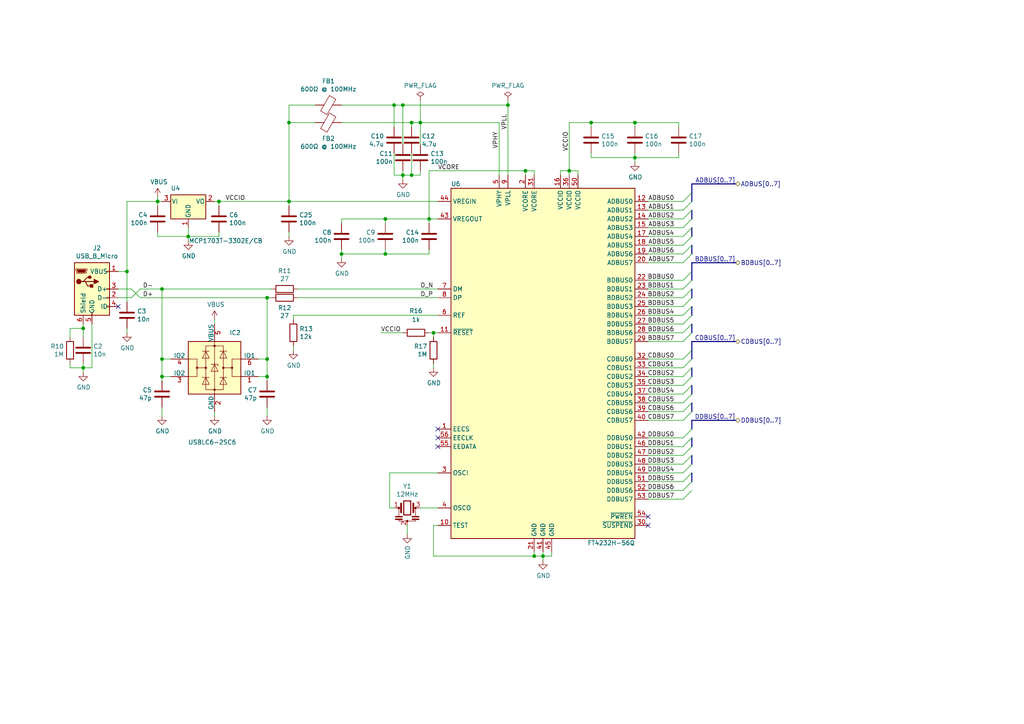
<source format=kicad_sch>
(kicad_sch (version 20200506) (host eeschema "(5.99.0-1565-gc92181621)")
  (page "A4")
  (title_block (title "FT4232H") (date "2020-04-28") (rev "2.0") (company "Simplexion GmbH"))
  (lib_symbols
    (symbol "Connector:USB_B_Micro"
      (property "Reference" "J" (at -5.08 11.43 0))
      (property "Value" "USB_B_Micro" (at -5.08 8.89 0))
      (symbol "USB_B_Micro_0_1"
        (circle (center -3.81 2.159) (radius 0.635) (stroke (width 0.254)) (fill (type outline)))
        (circle (center -0.635 3.429) (radius 0.381) (stroke (width 0.254)) (fill (type outline)))
        (rectangle (start -5.08 -7.62) (end 5.08 7.62) (stroke (width 0.254)) (fill (type background)))
        (rectangle (start -0.127 -7.62) (end 0.127 -6.858))
        (rectangle (start 0.254 1.27) (end -0.508 0.508) (stroke (width 0.254)) (fill (type outline)))
        (rectangle (start 5.08 -5.207) (end 4.318 -4.953))
        (rectangle (start 5.08 -2.667) (end 4.318 -2.413))
        (rectangle (start 5.08 -0.127) (end 4.318 0.127))
        (rectangle (start 5.08 4.953) (end 4.318 5.207))
        (polyline (pts (xy -1.905 2.159) (xy 0.635 2.159)) (stroke (width 0.254)))
        (polyline (pts (xy -3.175 2.159) (xy -2.54 2.159) (xy -1.27 3.429) (xy -0.635 3.429)) (stroke (width 0.254)))
        (polyline (pts (xy -2.54 2.159) (xy -1.905 2.159) (xy -1.27 0.889) (xy 0 0.889)) (stroke (width 0.254)))
        (polyline (pts (xy 0.635 2.794) (xy 0.635 1.524) (xy 1.905 2.159) (xy 0.635 2.794)) (stroke (width 0.254)) (fill (type outline)))
        (polyline (pts (xy -4.318 5.588) (xy -1.778 5.588) (xy -2.032 4.826) (xy -4.064 4.826) (xy -4.318 5.588)) (fill (type outline)))
        (polyline (pts (xy -4.699 5.842) (xy -4.699 5.588) (xy -4.445 4.826) (xy -4.445 4.572) (xy -1.651 4.572) (xy -1.651 4.826) (xy -1.397 5.588) (xy -1.397 5.842) (xy -4.699 5.842)))
      )
      (symbol "USB_B_Micro_1_1"
        (pin power_out line (at 7.62 5.08 180) (length 2.54) (name "VBUS") (number "1"))
        (pin passive line (at 7.62 -2.54 180) (length 2.54) (name "D-") (number "2"))
        (pin passive line (at 7.62 0 180) (length 2.54) (name "D+") (number "3"))
        (pin passive line (at 7.62 -5.08 180) (length 2.54) (name "ID") (number "4"))
        (pin power_out line (at 0 -10.16 90) (length 2.54) (name "GND") (number "5"))
        (pin passive line (at -2.54 -10.16 90) (length 2.54) (name "Shield") (number "6"))
      )
    )
    (symbol "Device:C" (pin_numbers hide) (pin_names (offset 0.254))
      (property "Reference" "C" (at 0.635 2.54 0))
      (property "Value" "C" (at 0.635 -2.54 0))
      (symbol "C_0_1"
        (polyline (pts (xy -2.032 -0.762) (xy 2.032 -0.762)) (stroke (width 0.508)))
        (polyline (pts (xy -2.032 0.762) (xy 2.032 0.762)) (stroke (width 0.508)))
      )
      (symbol "C_1_1"
        (pin passive line (at 0 3.81 270) (length 2.794) (name "~") (number "1"))
        (pin passive line (at 0 -3.81 90) (length 2.794) (name "~") (number "2"))
      )
    )
    (symbol "Device:Ferrite_Bead" (pin_numbers hide) (pin_names (offset 0))
      (property "Reference" "FB" (at -3.81 0.635 90))
      (property "Value" "Ferrite_Bead" (at 3.81 0 90))
      (symbol "Ferrite_Bead_0_1"
        (polyline (pts (xy 0 -1.27) (xy 0 -1.2192)))
        (polyline (pts (xy 0 1.27) (xy 0 1.2954)))
        (polyline (pts (xy -2.7686 0.4064) (xy -1.7018 2.2606) (xy 2.7686 -0.3048) (xy 1.6764 -2.159) (xy -2.7686 0.4064)))
      )
      (symbol "Ferrite_Bead_1_1"
        (pin passive line (at 0 3.81 270) (length 2.54) (name "~") (number "1"))
        (pin passive line (at 0 -3.81 90) (length 2.54) (name "~") (number "2"))
      )
    )
    (symbol "Device:R" (pin_numbers hide) (pin_names (offset 0))
      (property "Reference" "R" (at 2.032 0 90))
      (property "Value" "R" (at 0 0 90))
      (symbol "R_0_1"
        (rectangle (start -1.016 -2.54) (end 1.016 2.54) (stroke (width 0.254)))
      )
      (symbol "R_1_1"
        (pin passive line (at 0 3.81 270) (length 1.27) (name "~") (number "1"))
        (pin passive line (at 0 -3.81 90) (length 1.27) (name "~") (number "2"))
      )
    )
    (symbol "Device:Resonator" (pin_names hide)
      (property "Reference" "Y" (at 0 5.715 0))
      (property "Value" "Resonator" (at 0 3.81 0))
      (symbol "Resonator_0_1"
        (circle (center -2.413 0) (radius 0.254) (fill (type outline)))
        (circle (center 0 -3.81) (radius 0.254) (fill (type outline)))
        (circle (center 2.413 0) (radius 0.254) (fill (type outline)))
        (rectangle (start -3.429 -3.175) (end -1.397 -3.429) (fill (type outline)))
        (rectangle (start -3.429 -2.413) (end -1.397 -2.667) (fill (type outline)))
        (rectangle (start -1.016 2.032) (end 1.016 -2.032) (stroke (width 0.3048)))
        (rectangle (start 1.397 -3.175) (end 3.429 -3.429) (fill (type outline)))
        (rectangle (start 1.397 -2.413) (end 3.429 -2.667) (fill (type outline)))
        (polyline (pts (xy -2.413 -2.413) (xy -2.413 0)))
        (polyline (pts (xy -1.905 0) (xy -3.175 0)))
        (polyline (pts (xy -1.778 -1.27) (xy -1.778 1.27)) (stroke (width 0.508)))
        (polyline (pts (xy 1.778 -1.27) (xy 1.778 1.27)) (stroke (width 0.508)))
        (polyline (pts (xy 1.905 0) (xy 2.54 0)))
        (polyline (pts (xy 2.413 0) (xy 2.413 -2.54)))
        (polyline (pts (xy 2.413 -3.302) (xy 2.413 -3.81) (xy -2.413 -3.81) (xy -2.413 -3.302)))
      )
      (symbol "Resonator_1_1"
        (pin passive line (at -3.81 0 0) (length 1.27) (name "1") (number "1"))
        (pin passive line (at 0 -5.08 90) (length 1.27) (name "2") (number "2"))
        (pin passive line (at 3.81 0 180) (length 1.27) (name "3") (number "3"))
      )
    )
    (symbol "Interface_USB:FT4232H-56Q"
      (property "Reference" "U" (at -26.67 53.34 0))
      (property "Value" "FT4232H-56Q" (at 19.05 53.34 0))
      (symbol "FT4232H-56Q_0_1"
        (rectangle (start -26.67 -49.53) (end 26.67 52.07) (stroke (width 0.254)) (fill (type background)))
      )
      (symbol "FT4232H-56Q_1_1"
        (pin output line (at -30.48 -17.78 0) (length 3.81) (name "EECS") (number "1"))
        (pin input line (at -30.48 -45.72 0) (length 3.81) (name "TEST") (number "10"))
        (pin input line (at -30.48 10.16 0) (length 3.81) (name "~RESET") (number "11"))
        (pin bidirectional line (at 30.48 48.26 180) (length 3.81) (name "ADBUS0") (number "12"))
        (pin bidirectional line (at 30.48 45.72 180) (length 3.81) (name "ADBUS1") (number "13"))
        (pin bidirectional line (at 30.48 43.18 180) (length 3.81) (name "ADBUS2") (number "14"))
        (pin bidirectional line (at 30.48 40.64 180) (length 3.81) (name "ADBUS3") (number "15"))
        (pin power_in line (at 5.08 55.88 270) (length 3.81) (name "VCCIO") (number "16"))
        (pin bidirectional line (at 30.48 38.1 180) (length 3.81) (name "ADBUS4") (number "17"))
        (pin bidirectional line (at 30.48 35.56 180) (length 3.81) (name "ADBUS5") (number "18"))
        (pin bidirectional line (at 30.48 33.02 180) (length 3.81) (name "ADBUS6") (number "19"))
        (pin power_in line (at -5.08 55.88 270) (length 3.81) (name "VCORE") (number "2"))
        (pin bidirectional line (at 30.48 30.48 180) (length 3.81) (name "ADBUS7") (number "20"))
        (pin power_in line (at -2.54 -53.34 90) (length 3.81) (name "GND") (number "21"))
        (pin bidirectional line (at 30.48 25.4 180) (length 3.81) (name "BDBUS0") (number "22"))
        (pin bidirectional line (at 30.48 22.86 180) (length 3.81) (name "BDBUS1") (number "23"))
        (pin bidirectional line (at 30.48 20.32 180) (length 3.81) (name "BDBUS2") (number "24"))
        (pin bidirectional line (at 30.48 17.78 180) (length 3.81) (name "BDBUS3") (number "25"))
        (pin bidirectional line (at 30.48 15.24 180) (length 3.81) (name "BDBUS4") (number "26"))
        (pin bidirectional line (at 30.48 12.7 180) (length 3.81) (name "BDBUS5") (number "27"))
        (pin bidirectional line (at 30.48 10.16 180) (length 3.81) (name "BDBUS6") (number "28"))
        (pin bidirectional line (at 30.48 7.62 180) (length 3.81) (name "BDBUS7") (number "29"))
        (pin input line (at -30.48 -30.48 0) (length 3.81) (name "OSCI") (number "3"))
        (pin output line (at 30.48 -45.72 180) (length 3.81) (name "~SUSPEND") (number "30"))
        (pin power_in line (at -2.54 55.88 270) (length 3.81) (name "VCORE") (number "31"))
        (pin bidirectional line (at 30.48 2.54 180) (length 3.81) (name "CDBUS0") (number "32"))
        (pin bidirectional line (at 30.48 0 180) (length 3.81) (name "CDBUS1") (number "33"))
        (pin bidirectional line (at 30.48 -2.54 180) (length 3.81) (name "CDBUS2") (number "34"))
        (pin bidirectional line (at 30.48 -5.08 180) (length 3.81) (name "CDBUS3") (number "35"))
        (pin power_in line (at 7.62 55.88 270) (length 3.81) (name "VCCIO") (number "36"))
        (pin bidirectional line (at 30.48 -7.62 180) (length 3.81) (name "CDBUS4") (number "37"))
        (pin bidirectional line (at 30.48 -10.16 180) (length 3.81) (name "CDBUS5") (number "38"))
        (pin bidirectional line (at 30.48 -12.7 180) (length 3.81) (name "CDBUS6") (number "39"))
        (pin output line (at -30.48 -40.64 0) (length 3.81) (name "OSCO") (number "4"))
        (pin bidirectional line (at 30.48 -15.24 180) (length 3.81) (name "CDBUS7") (number "40"))
        (pin power_in line (at 0 -53.34 90) (length 3.81) (name "GND") (number "41"))
        (pin bidirectional line (at 30.48 -20.32 180) (length 3.81) (name "DDBUS0") (number "42"))
        (pin power_out line (at -30.48 43.18 0) (length 3.81) (name "VREGOUT") (number "43"))
        (pin power_in line (at -30.48 48.26 0) (length 3.81) (name "VREGIN") (number "44"))
        (pin power_in line (at 2.54 -53.34 90) (length 3.81) (name "GND") (number "45"))
        (pin bidirectional line (at 30.48 -22.86 180) (length 3.81) (name "DDBUS1") (number "46"))
        (pin bidirectional line (at 30.48 -25.4 180) (length 3.81) (name "DDBUS2") (number "47"))
        (pin bidirectional line (at 30.48 -27.94 180) (length 3.81) (name "DDBUS3") (number "48"))
        (pin bidirectional line (at 30.48 -30.48 180) (length 3.81) (name "DDBUS4") (number "49"))
        (pin power_in line (at -12.7 55.88 270) (length 3.81) (name "VPHY") (number "5"))
        (pin power_in line (at 10.16 55.88 270) (length 3.81) (name "VCCIO") (number "50"))
        (pin bidirectional line (at 30.48 -33.02 180) (length 3.81) (name "DDBUS5") (number "51"))
        (pin bidirectional line (at 30.48 -35.56 180) (length 3.81) (name "DDBUS6") (number "52"))
        (pin bidirectional line (at 30.48 -38.1 180) (length 3.81) (name "DDBUS7") (number "53"))
        (pin output line (at 30.48 -43.18 180) (length 3.81) (name "~PWREN") (number "54"))
        (pin bidirectional line (at -30.48 -22.86 0) (length 3.81) (name "EEDATA") (number "55"))
        (pin output line (at -30.48 -20.32 0) (length 3.81) (name "EECLK") (number "56"))
        (pin power_in line (at 0 -53.34 90) (length 3.81) (name "GND") (number "57") hide)
        (pin input line (at -30.48 15.24 0) (length 3.81) (name "REF") (number "6"))
        (pin bidirectional line (at -30.48 22.86 0) (length 3.81) (name "DM") (number "7"))
        (pin bidirectional line (at -30.48 20.32 0) (length 3.81) (name "DP") (number "8"))
        (pin power_in line (at -10.16 55.88 270) (length 3.81) (name "VPLL") (number "9"))
      )
    )
    (symbol "Power_Protection:USBLC6-2SC6" (pin_names (offset 0))
      (property "Reference" "U" (at 5.08 8.89 0))
      (property "Value" "USBLC6-2SC6" (at 10.16 -10.16 0))
      (symbol "USBLC6-2SC6_0_1"
        (circle (center -5.08 0) (radius 0.254) (fill (type outline)))
        (circle (center -2.54 0) (radius 0.254) (fill (type outline)))
        (circle (center 0 -6.35) (radius 0.254) (fill (type outline)))
        (circle (center 0 6.35) (radius 0.254) (fill (type outline)))
        (circle (center 2.54 0) (radius 0.254) (fill (type outline)))
        (circle (center 5.08 0) (radius 0.254) (fill (type outline)))
        (rectangle (start -7.62 -7.62) (end 7.62 7.62) (stroke (width 0.254)) (fill (type background)))
        (rectangle (start -2.54 6.35) (end 2.54 -6.35))
        (polyline (pts (xy -5.08 -2.54) (xy -7.62 -2.54)))
        (polyline (pts (xy -5.08 0) (xy -5.08 -2.54)))
        (polyline (pts (xy -5.08 2.54) (xy -7.62 2.54)))
        (polyline (pts (xy -1.524 -2.794) (xy -3.556 -2.794)))
        (polyline (pts (xy -1.524 4.826) (xy -3.556 4.826)))
        (polyline (pts (xy 0 -7.62) (xy 0 -6.35)))
        (polyline (pts (xy 0 -6.35) (xy 0 1.27)))
        (polyline (pts (xy 0 1.27) (xy 0 6.35)))
        (polyline (pts (xy 0 6.35) (xy 0 7.62)))
        (polyline (pts (xy 1.524 -2.794) (xy 3.556 -2.794)))
        (polyline (pts (xy 1.524 4.826) (xy 3.556 4.826)))
        (polyline (pts (xy 5.08 -2.54) (xy 7.62 -2.54)))
        (polyline (pts (xy 5.08 0) (xy 5.08 -2.54)))
        (polyline (pts (xy 5.08 2.54) (xy 7.62 2.54)))
        (polyline (pts (xy -2.54 0) (xy -5.08 0) (xy -5.08 2.54)))
        (polyline (pts (xy 2.54 0) (xy 5.08 0) (xy 5.08 2.54)))
        (polyline (pts (xy -3.556 -4.826) (xy -1.524 -4.826) (xy -2.54 -2.794) (xy -3.556 -4.826)))
        (polyline (pts (xy -3.556 2.794) (xy -1.524 2.794) (xy -2.54 4.826) (xy -3.556 2.794)))
        (polyline (pts (xy -1.016 -1.016) (xy 1.016 -1.016) (xy 0 1.016) (xy -1.016 -1.016)))
        (polyline (pts (xy 1.016 1.016) (xy 0.762 1.016) (xy -1.016 1.016) (xy -1.016 0.508)))
        (polyline (pts (xy 3.556 -4.826) (xy 1.524 -4.826) (xy 2.54 -2.794) (xy 3.556 -4.826)))
        (polyline (pts (xy 3.556 2.794) (xy 1.524 2.794) (xy 2.54 4.826) (xy 3.556 2.794)))
      )
      (symbol "USBLC6-2SC6_1_1"
        (pin passive line (at -12.7 -2.54 0) (length 5.08) (name "IO1") (number "1"))
        (pin passive line (at 0 -12.7 90) (length 5.08) (name "GND") (number "2"))
        (pin passive line (at 12.7 -2.54 180) (length 5.08) (name "IO2") (number "3"))
        (pin passive line (at 12.7 2.54 180) (length 5.08) (name "IO2") (number "4"))
        (pin passive line (at 0 12.7 270) (length 5.08) (name "VBUS") (number "5"))
        (pin passive line (at -12.7 2.54 0) (length 5.08) (name "IO1") (number "6"))
      )
    )
    (symbol "Regulator_Linear:MCP1703A-3302_SOT23" (pin_names (offset 0.254))
      (property "Reference" "U" (at -3.81 3.175 0))
      (property "Value" "MCP1703A-3302_SOT23" (at 0 3.175 0))
      (symbol "MCP1703A-3302_SOT23_0_1"
        (rectangle (start -5.08 -5.08) (end 5.08 1.905) (stroke (width 0.254)) (fill (type background)))
      )
      (symbol "MCP1703A-3302_SOT23_1_1"
        (pin power_in line (at 0 -7.62 90) (length 2.54) (name "GND") (number "1"))
        (pin power_out line (at 7.62 0 180) (length 2.54) (name "VO") (number "2"))
        (pin power_in line (at -7.62 0 0) (length 2.54) (name "VI") (number "3"))
      )
    )
    (symbol "power:GND" (power) (pin_names (offset 0))
      (property "Value" "GND" (at 0 -3.81 0))
      (symbol "GND_0_1"
        (polyline (pts (xy 0 0) (xy 0 -1.27) (xy 1.27 -1.27) (xy 0 -2.54) (xy -1.27 -1.27) (xy 0 -1.27)))
      )
      (symbol "GND_1_1"
        (pin power_in line (at 0 0 270) (length 0) (name "GND") (number "1") hide)
      )
    )
    (symbol "power:PWR_FLAG" (power) (pin_numbers hide) (pin_names (offset 0) hide)
      (property "Value" "PWR_FLAG" (at 0 3.81 0))
      (symbol "PWR_FLAG_0_1"
        (polyline (pts (xy 0 0) (xy 0 1.27) (xy -1.016 1.905) (xy 0 2.54) (xy 1.016 1.905) (xy 0 1.27)))
      )
      (symbol "PWR_FLAG_0_0"
        (pin power_out line (at 0 0 90) (length 0) (name "pwr") (number "1"))
      )
    )
    (symbol "power:VBUS" (power) (pin_names (offset 0))
      (property "Value" "VBUS" (at 0 3.81 0))
      (symbol "VBUS_0_1"
        (polyline (pts (xy -0.762 1.27) (xy 0 2.54)))
        (polyline (pts (xy 0 0) (xy 0 2.54)))
        (polyline (pts (xy 0 2.54) (xy 0.762 1.27)))
      )
      (symbol "VBUS_1_1"
        (pin power_in line (at 0 0 90) (length 0) (name "VBUS") (number "1") hide)
      )
    )
  )
  (junction (at 77.47 104.14))
  (junction (at 165.1 49.53))
  (junction (at 46.99 104.14))
  (junction (at 45.72 58.42))
  (junction (at 152.4 49.53))
  (junction (at 114.3 30.48))
  (junction (at 124.46 63.5))
  (junction (at 24.13 106.68))
  (junction (at 147.32 30.48))
  (junction (at 77.47 86.36))
  (junction (at 119.38 35.56))
  (junction (at 111.76 63.5))
  (junction (at 111.76 73.66))
  (junction (at 119.38 50.8))
  (junction (at 184.15 45.72))
  (junction (at 116.84 30.48))
  (junction (at 36.83 78.74))
  (junction (at 54.61 68.58))
  (junction (at 63.5 58.42))
  (junction (at 184.15 35.56))
  (junction (at 83.82 35.56))
  (junction (at 24.13 95.25))
  (junction (at 99.06 73.66))
  (junction (at 116.84 50.8))
  (junction (at 154.94 161.29))
  (junction (at 171.45 35.56))
  (junction (at 46.99 83.82))
  (junction (at 46.99 109.22))
  (junction (at 121.92 35.56))
  (junction (at 77.47 109.22))
  (junction (at 83.82 58.42))
  (junction (at 125.73 96.52))
  (junction (at 157.48 161.29))
  (no_connect (at 187.96 152.4))
  (no_connect (at 127 129.54))
  (no_connect (at 34.29 88.9))
  (no_connect (at 127 124.46))
  (no_connect (at 127 127))
  (no_connect (at 187.96 149.86))
  (bus_entry (at 198.12 58.42) (size 2.54 -2.54))
  (bus_entry (at 198.12 60.96) (size 2.54 -2.54))
  (bus_entry (at 198.12 63.5) (size 2.54 -2.54))
  (bus_entry (at 198.12 66.04) (size 2.54 -2.54))
  (bus_entry (at 198.12 68.58) (size 2.54 -2.54))
  (bus_entry (at 198.12 71.12) (size 2.54 -2.54))
  (bus_entry (at 198.12 73.66) (size 2.54 -2.54))
  (bus_entry (at 198.12 76.2) (size 2.54 -2.54))
  (bus_entry (at 198.12 81.28) (size 2.54 -2.54))
  (bus_entry (at 198.12 83.82) (size 2.54 -2.54))
  (bus_entry (at 198.12 86.36) (size 2.54 -2.54))
  (bus_entry (at 198.12 88.9) (size 2.54 -2.54))
  (bus_entry (at 198.12 91.44) (size 2.54 -2.54))
  (bus_entry (at 198.12 93.98) (size 2.54 -2.54))
  (bus_entry (at 198.12 96.52) (size 2.54 -2.54))
  (bus_entry (at 198.12 99.06) (size 2.54 -2.54))
  (bus_entry (at 198.12 104.14) (size 2.54 -2.54))
  (bus_entry (at 198.12 106.68) (size 2.54 -2.54))
  (bus_entry (at 198.12 109.22) (size 2.54 -2.54))
  (bus_entry (at 198.12 111.76) (size 2.54 -2.54))
  (bus_entry (at 198.12 114.3) (size 2.54 -2.54))
  (bus_entry (at 198.12 116.84) (size 2.54 -2.54))
  (bus_entry (at 198.12 119.38) (size 2.54 -2.54))
  (bus_entry (at 198.12 121.92) (size 2.54 -2.54))
  (bus_entry (at 198.12 127) (size 2.54 -2.54))
  (bus_entry (at 198.12 129.54) (size 2.54 -2.54))
  (bus_entry (at 198.12 132.08) (size 2.54 -2.54))
  (bus_entry (at 198.12 134.62) (size 2.54 -2.54))
  (bus_entry (at 198.12 137.16) (size 2.54 -2.54))
  (bus_entry (at 198.12 139.7) (size 2.54 -2.54))
  (bus_entry (at 198.12 142.24) (size 2.54 -2.54))
  (bus_entry (at 198.12 144.78) (size 2.54 -2.54))
  (wire (pts (xy 20.32 95.25) (xy 20.32 97.79)))
  (wire (pts (xy 20.32 95.25) (xy 24.13 95.25)))
  (wire (pts (xy 20.32 105.41) (xy 20.32 106.68)))
  (wire (pts (xy 20.32 106.68) (xy 24.13 106.68)))
  (wire (pts (xy 24.13 95.25) (xy 24.13 93.98)))
  (wire (pts (xy 24.13 95.25) (xy 24.13 97.79)))
  (wire (pts (xy 24.13 105.41) (xy 24.13 106.68)))
  (wire (pts (xy 24.13 106.68) (xy 24.13 107.95)))
  (wire (pts (xy 24.13 106.68) (xy 26.67 106.68)))
  (wire (pts (xy 26.67 93.98) (xy 26.67 106.68)))
  (wire (pts (xy 34.29 78.74) (xy 36.83 78.74)))
  (wire (pts (xy 34.29 83.82) (xy 38.1 83.82)))
  (wire (pts (xy 34.29 86.36) (xy 38.1 86.36)))
  (wire (pts (xy 36.83 58.42) (xy 45.72 58.42)))
  (wire (pts (xy 36.83 78.74) (xy 36.83 58.42)))
  (wire (pts (xy 36.83 87.63) (xy 36.83 78.74)))
  (wire (pts (xy 36.83 96.52) (xy 36.83 95.25)))
  (wire (pts (xy 38.1 83.82) (xy 40.64 86.36)))
  (wire (pts (xy 40.64 83.82) (xy 38.1 86.36)))
  (wire (pts (xy 40.64 86.36) (xy 77.47 86.36)))
  (wire (pts (xy 45.72 57.15) (xy 45.72 58.42)))
  (wire (pts (xy 45.72 58.42) (xy 45.72 59.69)))
  (wire (pts (xy 45.72 58.42) (xy 46.99 58.42)))
  (wire (pts (xy 45.72 67.31) (xy 45.72 68.58)))
  (wire (pts (xy 45.72 68.58) (xy 54.61 68.58)))
  (wire (pts (xy 46.99 83.82) (xy 40.64 83.82)))
  (wire (pts (xy 46.99 83.82) (xy 78.74 83.82)))
  (wire (pts (xy 46.99 104.14) (xy 46.99 83.82)))
  (wire (pts (xy 46.99 104.14) (xy 49.53 104.14)))
  (wire (pts (xy 46.99 109.22) (xy 46.99 104.14)))
  (wire (pts (xy 46.99 110.49) (xy 46.99 109.22)))
  (wire (pts (xy 46.99 120.65) (xy 46.99 118.11)))
  (wire (pts (xy 49.53 109.22) (xy 46.99 109.22)))
  (wire (pts (xy 54.61 68.58) (xy 54.61 66.04)))
  (wire (pts (xy 54.61 68.58) (xy 54.61 69.85)))
  (wire (pts (xy 54.61 68.58) (xy 63.5 68.58)))
  (wire (pts (xy 62.23 58.42) (xy 63.5 58.42)))
  (wire (pts (xy 62.23 92.71) (xy 62.23 93.98)))
  (wire (pts (xy 62.23 120.65) (xy 62.23 119.38)))
  (wire (pts (xy 63.5 58.42) (xy 63.5 59.69)))
  (wire (pts (xy 63.5 58.42) (xy 83.82 58.42)))
  (wire (pts (xy 63.5 68.58) (xy 63.5 67.31)))
  (wire (pts (xy 74.93 109.22) (xy 77.47 109.22)))
  (wire (pts (xy 77.47 86.36) (xy 78.74 86.36)))
  (wire (pts (xy 77.47 104.14) (xy 74.93 104.14)))
  (wire (pts (xy 77.47 104.14) (xy 77.47 86.36)))
  (wire (pts (xy 77.47 109.22) (xy 77.47 104.14)))
  (wire (pts (xy 77.47 110.49) (xy 77.47 109.22)))
  (wire (pts (xy 77.47 120.65) (xy 77.47 118.11)))
  (wire (pts (xy 83.82 30.48) (xy 83.82 35.56)))
  (wire (pts (xy 83.82 35.56) (xy 83.82 58.42)))
  (wire (pts (xy 83.82 35.56) (xy 91.44 35.56)))
  (wire (pts (xy 83.82 58.42) (xy 83.82 59.69)))
  (wire (pts (xy 83.82 58.42) (xy 127 58.42)))
  (wire (pts (xy 83.82 67.31) (xy 83.82 68.58)))
  (wire (pts (xy 85.09 91.44) (xy 127 91.44)))
  (wire (pts (xy 85.09 92.71) (xy 85.09 91.44)))
  (wire (pts (xy 85.09 100.33) (xy 85.09 101.6)))
  (wire (pts (xy 86.36 83.82) (xy 127 83.82)))
  (wire (pts (xy 86.36 86.36) (xy 127 86.36)))
  (wire (pts (xy 91.44 30.48) (xy 83.82 30.48)))
  (wire (pts (xy 99.06 30.48) (xy 114.3 30.48)))
  (wire (pts (xy 99.06 35.56) (xy 119.38 35.56)))
  (wire (pts (xy 99.06 63.5) (xy 99.06 64.77)))
  (wire (pts (xy 99.06 63.5) (xy 111.76 63.5)))
  (wire (pts (xy 99.06 72.39) (xy 99.06 73.66)))
  (wire (pts (xy 99.06 73.66) (xy 99.06 74.93)))
  (wire (pts (xy 99.06 73.66) (xy 111.76 73.66)))
  (wire (pts (xy 110.49 96.52) (xy 116.84 96.52)))
  (wire (pts (xy 111.76 63.5) (xy 111.76 64.77)))
  (wire (pts (xy 111.76 63.5) (xy 124.46 63.5)))
  (wire (pts (xy 111.76 72.39) (xy 111.76 73.66)))
  (wire (pts (xy 111.76 73.66) (xy 124.46 73.66)))
  (wire (pts (xy 113.03 137.16) (xy 113.03 147.32)))
  (wire (pts (xy 113.03 137.16) (xy 127 137.16)))
  (wire (pts (xy 113.03 147.32) (xy 114.3 147.32)))
  (wire (pts (xy 114.3 30.48) (xy 114.3 36.83)))
  (wire (pts (xy 114.3 30.48) (xy 116.84 30.48)))
  (wire (pts (xy 114.3 44.45) (xy 114.3 50.8)))
  (wire (pts (xy 114.3 50.8) (xy 116.84 50.8)))
  (wire (pts (xy 116.84 30.48) (xy 116.84 41.91)))
  (wire (pts (xy 116.84 30.48) (xy 147.32 30.48)))
  (wire (pts (xy 116.84 50.8) (xy 116.84 49.53)))
  (wire (pts (xy 116.84 50.8) (xy 116.84 52.07)))
  (wire (pts (xy 116.84 50.8) (xy 119.38 50.8)))
  (wire (pts (xy 118.11 154.94) (xy 118.11 152.4)))
  (wire (pts (xy 119.38 35.56) (xy 121.92 35.56)))
  (wire (pts (xy 119.38 36.83) (xy 119.38 35.56)))
  (wire (pts (xy 119.38 44.45) (xy 119.38 50.8)))
  (wire (pts (xy 119.38 50.8) (xy 121.92 50.8)))
  (wire (pts (xy 121.92 29.21) (xy 121.92 35.56)))
  (wire (pts (xy 121.92 35.56) (xy 121.92 41.91)))
  (wire (pts (xy 121.92 35.56) (xy 144.78 35.56)))
  (wire (pts (xy 121.92 50.8) (xy 121.92 49.53)))
  (wire (pts (xy 121.92 147.32) (xy 127 147.32)))
  (wire (pts (xy 124.46 49.53) (xy 124.46 63.5)))
  (wire (pts (xy 124.46 49.53) (xy 152.4 49.53)))
  (wire (pts (xy 124.46 63.5) (xy 124.46 64.77)))
  (wire (pts (xy 124.46 63.5) (xy 127 63.5)))
  (wire (pts (xy 124.46 73.66) (xy 124.46 72.39)))
  (wire (pts (xy 124.46 96.52) (xy 125.73 96.52)))
  (wire (pts (xy 125.73 96.52) (xy 127 96.52)))
  (wire (pts (xy 125.73 97.79) (xy 125.73 96.52)))
  (wire (pts (xy 125.73 105.41) (xy 125.73 106.68)))
  (wire (pts (xy 125.73 152.4) (xy 125.73 161.29)))
  (wire (pts (xy 125.73 161.29) (xy 154.94 161.29)))
  (wire (pts (xy 127 152.4) (xy 125.73 152.4)))
  (wire (pts (xy 144.78 35.56) (xy 144.78 50.8)))
  (wire (pts (xy 147.32 29.21) (xy 147.32 30.48)))
  (wire (pts (xy 147.32 30.48) (xy 147.32 50.8)))
  (wire (pts (xy 152.4 49.53) (xy 152.4 50.8)))
  (wire (pts (xy 152.4 49.53) (xy 154.94 49.53)))
  (wire (pts (xy 154.94 49.53) (xy 154.94 50.8)))
  (wire (pts (xy 154.94 160.02) (xy 154.94 161.29)))
  (wire (pts (xy 154.94 161.29) (xy 157.48 161.29)))
  (wire (pts (xy 157.48 160.02) (xy 157.48 161.29)))
  (wire (pts (xy 157.48 161.29) (xy 157.48 162.56)))
  (wire (pts (xy 157.48 161.29) (xy 160.02 161.29)))
  (wire (pts (xy 160.02 161.29) (xy 160.02 160.02)))
  (wire (pts (xy 162.56 49.53) (xy 165.1 49.53)))
  (wire (pts (xy 162.56 50.8) (xy 162.56 49.53)))
  (wire (pts (xy 165.1 35.56) (xy 165.1 49.53)))
  (wire (pts (xy 165.1 35.56) (xy 171.45 35.56)))
  (wire (pts (xy 165.1 49.53) (xy 165.1 50.8)))
  (wire (pts (xy 165.1 49.53) (xy 167.64 49.53)))
  (wire (pts (xy 167.64 49.53) (xy 167.64 50.8)))
  (wire (pts (xy 171.45 35.56) (xy 171.45 36.83)))
  (wire (pts (xy 171.45 44.45) (xy 171.45 45.72)))
  (wire (pts (xy 171.45 45.72) (xy 184.15 45.72)))
  (wire (pts (xy 184.15 35.56) (xy 171.45 35.56)))
  (wire (pts (xy 184.15 35.56) (xy 184.15 36.83)))
  (wire (pts (xy 184.15 44.45) (xy 184.15 45.72)))
  (wire (pts (xy 184.15 45.72) (xy 184.15 46.99)))
  (wire (pts (xy 184.15 45.72) (xy 196.85 45.72)))
  (wire (pts (xy 187.96 58.42) (xy 198.12 58.42)))
  (wire (pts (xy 187.96 60.96) (xy 198.12 60.96)))
  (wire (pts (xy 187.96 63.5) (xy 198.12 63.5)))
  (wire (pts (xy 187.96 66.04) (xy 198.12 66.04)))
  (wire (pts (xy 187.96 68.58) (xy 198.12 68.58)))
  (wire (pts (xy 187.96 71.12) (xy 198.12 71.12)))
  (wire (pts (xy 187.96 73.66) (xy 198.12 73.66)))
  (wire (pts (xy 187.96 76.2) (xy 198.12 76.2)))
  (wire (pts (xy 187.96 81.28) (xy 198.12 81.28)))
  (wire (pts (xy 187.96 83.82) (xy 198.12 83.82)))
  (wire (pts (xy 187.96 86.36) (xy 198.12 86.36)))
  (wire (pts (xy 187.96 88.9) (xy 198.12 88.9)))
  (wire (pts (xy 187.96 91.44) (xy 198.12 91.44)))
  (wire (pts (xy 187.96 93.98) (xy 198.12 93.98)))
  (wire (pts (xy 187.96 96.52) (xy 198.12 96.52)))
  (wire (pts (xy 187.96 99.06) (xy 198.12 99.06)))
  (wire (pts (xy 187.96 104.14) (xy 198.12 104.14)))
  (wire (pts (xy 187.96 106.68) (xy 198.12 106.68)))
  (wire (pts (xy 187.96 109.22) (xy 198.12 109.22)))
  (wire (pts (xy 187.96 111.76) (xy 198.12 111.76)))
  (wire (pts (xy 187.96 114.3) (xy 198.12 114.3)))
  (wire (pts (xy 187.96 116.84) (xy 198.12 116.84)))
  (wire (pts (xy 187.96 119.38) (xy 198.12 119.38)))
  (wire (pts (xy 187.96 121.92) (xy 198.12 121.92)))
  (wire (pts (xy 187.96 127) (xy 198.12 127)))
  (wire (pts (xy 187.96 129.54) (xy 198.12 129.54)))
  (wire (pts (xy 187.96 132.08) (xy 198.12 132.08)))
  (wire (pts (xy 187.96 134.62) (xy 198.12 134.62)))
  (wire (pts (xy 187.96 137.16) (xy 198.12 137.16)))
  (wire (pts (xy 187.96 139.7) (xy 198.12 139.7)))
  (wire (pts (xy 187.96 142.24) (xy 198.12 142.24)))
  (wire (pts (xy 187.96 144.78) (xy 198.12 144.78)))
  (wire (pts (xy 196.85 35.56) (xy 184.15 35.56)))
  (wire (pts (xy 196.85 35.56) (xy 196.85 36.83)))
  (wire (pts (xy 196.85 44.45) (xy 196.85 45.72)))
  (bus (pts (xy 200.66 53.34) (xy 200.66 55.88)))
  (bus (pts (xy 200.66 53.34) (xy 213.36 53.34)))
  (bus (pts (xy 200.66 55.88) (xy 200.66 60.96)))
  (bus (pts (xy 200.66 60.96) (xy 200.66 66.04)))
  (bus (pts (xy 200.66 66.04) (xy 200.66 71.12)))
  (bus (pts (xy 200.66 71.12) (xy 200.66 73.66)))
  (bus (pts (xy 200.66 76.2) (xy 200.66 78.74)))
  (bus (pts (xy 200.66 76.2) (xy 213.36 76.2)))
  (bus (pts (xy 200.66 78.74) (xy 200.66 83.82)))
  (bus (pts (xy 200.66 83.82) (xy 200.66 88.9)))
  (bus (pts (xy 200.66 88.9) (xy 200.66 93.98)))
  (bus (pts (xy 200.66 93.98) (xy 200.66 96.52)))
  (bus (pts (xy 200.66 99.06) (xy 200.66 101.6)))
  (bus (pts (xy 200.66 99.06) (xy 213.36 99.06)))
  (bus (pts (xy 200.66 101.6) (xy 200.66 106.68)))
  (bus (pts (xy 200.66 106.68) (xy 200.66 111.76)))
  (bus (pts (xy 200.66 111.76) (xy 200.66 116.84)))
  (bus (pts (xy 200.66 116.84) (xy 200.66 119.38)))
  (bus (pts (xy 200.66 121.92) (xy 200.66 127)))
  (bus (pts (xy 200.66 121.92) (xy 213.36 121.92)))
  (bus (pts (xy 200.66 127) (xy 200.66 132.08)))
  (bus (pts (xy 200.66 132.08) (xy 200.66 137.16)))
  (bus (pts (xy 200.66 137.16) (xy 200.66 142.24)))
  (label "D-" (at 44.45 83.82 180))
  (label "D+" (at 44.45 86.36 180))
  (label "VCCIO" (at 71.12 58.42 180))
  (label "VCCIO" (at 110.49 96.52 0))
  (label "D_N" (at 121.92 83.82 0))
  (label "D_P" (at 121.92 86.36 0))
  (label "VCORE" (at 127 49.53 0))
  (label "VPHY" (at 144.78 38.1 270))
  (label "VPLL" (at 147.32 33.02 270))
  (label "VCCIO" (at 165.1 38.1 270))
  (label "ADBUS0" (at 195.58 58.42 180))
  (label "ADBUS1" (at 195.58 60.96 180))
  (label "ADBUS2" (at 195.58 63.5 180))
  (label "ADBUS3" (at 195.58 66.04 180))
  (label "ADBUS4" (at 195.58 68.58 180))
  (label "ADBUS5" (at 195.58 71.12 180))
  (label "ADBUS6" (at 195.58 73.66 180))
  (label "ADBUS7" (at 195.58 76.2 180))
  (label "BDBUS0" (at 195.58 81.28 180))
  (label "BDBUS1" (at 195.58 83.82 180))
  (label "BDBUS2" (at 195.58 86.36 180))
  (label "BDBUS3" (at 195.58 88.9 180))
  (label "BDBUS4" (at 195.58 91.44 180))
  (label "BDBUS5" (at 195.58 93.98 180))
  (label "BDBUS6" (at 195.58 96.52 180))
  (label "BDBUS7" (at 195.58 99.06 180))
  (label "CDBUS0" (at 195.58 104.14 180))
  (label "CDBUS1" (at 195.58 106.68 180))
  (label "CDBUS2" (at 195.58 109.22 180))
  (label "CDBUS3" (at 195.58 111.76 180))
  (label "CDBUS4" (at 195.58 114.3 180))
  (label "CDBUS5" (at 195.58 116.84 180))
  (label "CDBUS6" (at 195.58 119.38 180))
  (label "CDBUS7" (at 195.58 121.92 180))
  (label "DDBUS0" (at 195.58 127 180))
  (label "DDBUS1" (at 195.58 129.54 180))
  (label "DDBUS2" (at 195.58 132.08 180))
  (label "DDBUS3" (at 195.58 134.62 180))
  (label "DDBUS4" (at 195.58 137.16 180))
  (label "DDBUS5" (at 195.58 139.7 180))
  (label "DDBUS6" (at 195.58 142.24 180))
  (label "DDBUS7" (at 195.58 144.78 180))
  (label "ADBUS[0..7]" (at 213.36 53.34 180))
  (label "BDBUS[0..7]" (at 213.36 76.2 180))
  (label "CDBUS[0..7]" (at 213.36 99.06 180))
  (label "DDBUS[0..7]" (at 213.36 121.92 180))
  (hierarchical_label "ADBUS[0..7]" (shape bidirectional) (at 213.36 53.34 0))
  (hierarchical_label "BDBUS[0..7]" (shape bidirectional) (at 213.36 76.2 0))
  (hierarchical_label "CDBUS[0..7]" (shape bidirectional) (at 213.36 99.06 0))
  (hierarchical_label "DDBUS[0..7]" (shape bidirectional) (at 213.36 121.92 0))
  (symbol (lib_id "power:PWR_FLAG") (at 121.92 29.21 0) (unit 1)
    (property "Reference" "#FLG0105" (effects hide))
    (property "Value" "PWR_FLAG" (at 121.92 24.8158 0))
  )
  (symbol (lib_id "power:PWR_FLAG") (at 147.32 29.21 0) (unit 1)
    (property "Reference" "#FLG0106" (effects hide))
    (property "Value" "PWR_FLAG" (at 147.32 24.8158 0))
  )
  (symbol (lib_id "power:VBUS") (at 45.72 57.15 0) (unit 1)
    (property "Reference" "#U0103" (effects hide))
    (property "Value" "VBUS" (at 46.101 52.7558 0))
  )
  (symbol (lib_id "power:VBUS") (at 62.23 92.71 0) (unit 1)
    (property "Reference" "#U0108" (effects hide))
    (property "Value" "VBUS" (at 62.611 88.3158 0))
  )
  (symbol (lib_id "power:GND") (at 24.13 107.95 0) (unit 1)
    (property "Reference" "#U0101" (effects hide))
    (property "Value" "GND" (at 24.257 112.3442 0))
  )
  (symbol (lib_id "power:GND") (at 36.83 96.52 0) (unit 1)
    (property "Reference" "#U0102" (effects hide))
    (property "Value" "GND" (at 36.957 100.9142 0))
  )
  (symbol (lib_id "power:GND") (at 46.99 120.65 0) (unit 1)
    (property "Reference" "#U0110" (effects hide))
    (property "Value" "GND" (at 47.117 125.0442 0))
  )
  (symbol (lib_id "power:GND") (at 54.61 69.85 0) (unit 1)
    (property "Reference" "#U0104" (effects hide))
    (property "Value" "GND" (at 54.737 74.2442 0))
  )
  (symbol (lib_id "power:GND") (at 62.23 120.65 0) (unit 1)
    (property "Reference" "#U0109" (effects hide))
    (property "Value" "GND" (at 62.357 125.0442 0))
  )
  (symbol (lib_id "power:GND") (at 77.47 120.65 0) (unit 1)
    (property "Reference" "#U0112" (effects hide))
    (property "Value" "GND" (at 77.597 125.0442 0))
  )
  (symbol (lib_id "power:GND") (at 83.82 68.58 0) (unit 1)
    (property "Reference" "#U0107" (effects hide))
    (property "Value" "GND" (at 83.947 72.9742 0))
  )
  (symbol (lib_id "power:GND") (at 85.09 101.6 0) (unit 1)
    (property "Reference" "#U0111" (effects hide))
    (property "Value" "GND" (at 85.217 105.9942 0))
  )
  (symbol (lib_id "power:GND") (at 99.06 74.93 0) (unit 1)
    (property "Reference" "#U0105" (effects hide))
    (property "Value" "GND" (at 99.187 79.3242 0))
  )
  (symbol (lib_id "power:GND") (at 116.84 52.07 0) (unit 1)
    (property "Reference" "#U0106" (effects hide))
    (property "Value" "GND" (at 116.967 56.4642 0))
  )
  (symbol (lib_id "power:GND") (at 118.11 154.94 0) (unit 1)
    (property "Reference" "#U0113" (effects hide))
    (property "Value" "GND" (at 118.237 158.1912 90) (effects (justify right)))
  )
  (symbol (lib_id "power:GND") (at 125.73 106.68 0) (unit 1)
    (property "Reference" "#U0114" (effects hide))
    (property "Value" "GND" (at 125.857 111.0742 0))
  )
  (symbol (lib_id "power:GND") (at 157.48 162.56 0) (unit 1)
    (property "Reference" "#U0116" (effects hide))
    (property "Value" "GND" (at 157.607 166.9542 0))
  )
  (symbol (lib_id "power:GND") (at 184.15 46.99 0) (unit 1)
    (property "Reference" "#U0115" (effects hide))
    (property "Value" "GND" (at 184.277 51.3842 0))
  )
  (symbol (lib_id "Device:R") (at 20.32 101.6 0) (unit 1)
    (property "Reference" "R10" (at 18.542 100.457 0) (effects (justify right)))
    (property "Value" "1M" (at 18.542 102.743 0) (effects (justify right)))
    (property "Footprint" "Resistor_SMD:R_0603_1608Metric_Icon" (effects hide))
    (property "MPN" "RC0603JR-071ML" (effects hide))
    (property "Unit Price" "0.01" (effects hide))
  )
  (symbol (lib_id "Device:R") (at 82.55 83.82 270) (unit 1)
    (property "Reference" "R11" (at 82.55 78.5622 90))
    (property "Value" "27" (at 82.55 80.8736 90))
    (property "Footprint" "Resistor_SMD:R_0603_1608Metric_Icon" (effects hide))
    (property "MPN" "RC0603JR-0727RL" (effects hide))
    (property "Unit Price" "0.01" (effects hide))
  )
  (symbol (lib_id "Device:R") (at 82.55 86.36 270) (unit 1)
    (property "Reference" "R12" (at 82.55 89.281 90))
    (property "Value" "27" (at 82.55 91.5924 90))
    (property "Footprint" "Resistor_SMD:R_0603_1608Metric_Icon" (effects hide))
    (property "MPN" "RC0603JR-0727RL" (effects hide))
    (property "Unit Price" "0.01" (effects hide))
  )
  (symbol (lib_id "Device:R") (at 85.09 96.52 0) (unit 1)
    (property "Reference" "R13" (at 86.868 95.377 0) (effects (justify left)))
    (property "Value" "12k" (at 86.868 97.663 0) (effects (justify left)))
    (property "Footprint" "Resistor_SMD:R_0603_1608Metric_Icon" (effects hide))
    (property "MPN" "RC0603FR-0712KL" (effects hide))
    (property "Unit Price" "0.01" (effects hide))
  )
  (symbol (lib_id "Device:R") (at 120.65 96.52 90) (unit 1)
    (property "Reference" "R16" (at 120.65 90.17 90))
    (property "Value" "1k" (at 120.65 92.71 90))
    (property "Footprint" "Resistor_SMD:R_0603_1608Metric_Icon" (effects hide))
    (property "MPN" "RT0603DRD071KL" (effects hide))
    (property "Unit Price" "0.01" (effects hide))
  )
  (symbol (lib_id "Device:R") (at 125.73 101.6 0) (unit 1)
    (property "Reference" "R17" (at 123.952 100.457 0) (effects (justify right)))
    (property "Value" "1M" (at 123.952 102.743 0) (effects (justify right)))
    (property "Footprint" "Resistor_SMD:R_0603_1608Metric_Icon" (effects hide))
    (property "MPN" "RC0603JR-071ML" (effects hide))
    (property "Unit Price" "0.01" (effects hide))
  )
  (symbol (lib_id "Device:C") (at 24.13 101.6 180) (unit 1)
    (property "Reference" "C2" (at 27.051 100.457 0) (effects (justify right)))
    (property "Value" "10n" (at 27.051 102.743 0) (effects (justify right)))
    (property "Footprint" "Capacitor_SMD:C_0603_1608Metric_Icon" (effects hide))
    (property "MPN" "CL10B103KB8NNNC" (effects hide))
    (property "Unit Price" "0.01" (effects hide))
  )
  (symbol (lib_id "Device:C") (at 36.83 91.44 180) (unit 1)
    (property "Reference" "C3" (at 39.751 90.2716 0) (effects (justify right)))
    (property "Value" "10n" (at 39.751 92.583 0) (effects (justify right)))
    (property "Footprint" "Capacitor_SMD:C_0603_1608Metric_Icon" (effects hide))
    (property "MPN" "CL10B103KB8NNNC" (effects hide))
    (property "Unit Price" "0.01" (effects hide))
  )
  (symbol (lib_id "Device:C") (at 45.72 63.5 0) (unit 1)
    (property "Reference" "C4" (at 42.8244 62.3316 0) (effects (justify right)))
    (property "Value" "100n" (at 42.8244 64.643 0) (effects (justify right)))
    (property "Footprint" "Capacitor_SMD:C_0603_1608Metric_Icon" (effects hide))
    (property "MPN" "CL10F104ZB8NNNC" (effects hide))
    (property "Unit Price" "0.01" (effects hide))
  )
  (symbol (lib_id "Device:C") (at 46.99 114.3 0) (unit 1)
    (property "Reference" "C5" (at 44.069 113.1316 0) (effects (justify right)))
    (property "Value" "47p" (at 44.069 115.443 0) (effects (justify right)))
    (property "Footprint" "Capacitor_SMD:C_0603_1608Metric_Icon" (effects hide))
    (property "MPN" "CL10C470JB8NNNC" (effects hide))
    (property "Unit Price" "0.01" (effects hide))
  )
  (symbol (lib_id "Device:C") (at 63.5 63.5 0) (unit 1)
    (property "Reference" "C6" (at 66.421 62.357 0) (effects (justify left)))
    (property "Value" "100n" (at 66.421 64.643 0) (effects (justify left)))
    (property "Footprint" "Capacitor_SMD:C_0603_1608Metric_Icon" (effects hide))
    (property "MPN" "CL10F104ZB8NNNC" (effects hide))
    (property "Unit Price" "0.01" (effects hide))
  )
  (symbol (lib_id "Device:C") (at 77.47 114.3 0) (unit 1)
    (property "Reference" "C7" (at 74.549 113.1316 0) (effects (justify right)))
    (property "Value" "47p" (at 74.549 115.443 0) (effects (justify right)))
    (property "Footprint" "Capacitor_SMD:C_0603_1608Metric_Icon" (effects hide))
    (property "MPN" "CL10C470JB8NNNC" (effects hide))
    (property "Unit Price" "0.01" (effects hide))
  )
  (symbol (lib_id "Device:C") (at 83.82 63.5 0) (unit 1)
    (property "Reference" "C25" (at 86.741 62.357 0) (effects (justify left)))
    (property "Value" "100n" (at 86.741 64.643 0) (effects (justify left)))
    (property "Footprint" "Capacitor_SMD:C_0603_1608Metric_Icon" (effects hide))
    (property "MPN" "CL10F104ZB8NNNC" (effects hide))
    (property "Unit Price" "0.01" (effects hide))
  )
  (symbol (lib_id "Device:C") (at 99.06 68.58 0) (unit 1)
    (property "Reference" "C8" (at 96.1644 67.4116 0) (effects (justify right)))
    (property "Value" "100n" (at 96.1644 69.723 0) (effects (justify right)))
    (property "Footprint" "Capacitor_SMD:C_0603_1608Metric_Icon" (effects hide))
    (property "MPN" "CL10F104ZB8NNNC" (effects hide))
    (property "Unit Price" "0.01" (effects hide))
  )
  (symbol (lib_id "Device:C") (at 111.76 68.58 0) (unit 1)
    (property "Reference" "C9" (at 108.8644 67.4116 0) (effects (justify right)))
    (property "Value" "100n" (at 108.8644 69.723 0) (effects (justify right)))
    (property "Footprint" "Capacitor_SMD:C_0603_1608Metric_Icon" (effects hide))
    (property "MPN" "CL10F104ZB8NNNC" (effects hide))
    (property "Unit Price" "0.01" (effects hide))
  )
  (symbol (lib_id "Device:C") (at 114.3 40.64 0) (unit 1)
    (property "Reference" "C10" (at 111.4044 39.4716 0) (effects (justify right)))
    (property "Value" "4.7u" (at 111.4044 41.783 0) (effects (justify right)))
    (property "Footprint" "Capacitor_SMD:C_0603_1608Metric_Icon" (effects hide))
    (property "MPN" "CL10A475KP8NNNC" (effects hide))
    (property "Unit Price" "0.01" (effects hide))
  )
  (symbol (lib_id "Device:C") (at 116.84 45.72 0) (unit 1)
    (property "Reference" "C11" (at 113.9444 44.5516 0) (effects (justify right)))
    (property "Value" "100n" (at 113.9444 46.863 0) (effects (justify right)))
    (property "Footprint" "Capacitor_SMD:C_0603_1608Metric_Icon" (effects hide))
    (property "MPN" "CL10F104ZB8NNNC" (effects hide))
    (property "Unit Price" "0.01" (effects hide))
  )
  (symbol (lib_id "Device:C") (at 119.38 40.64 0) (unit 1)
    (property "Reference" "C12" (at 122.301 39.497 0) (effects (justify left)))
    (property "Value" "4.7u" (at 122.301 41.783 0) (effects (justify left)))
    (property "Footprint" "Capacitor_SMD:C_0603_1608Metric_Icon" (effects hide))
    (property "MPN" "CL10A475KP8NNNC" (effects hide))
    (property "Unit Price" "0.01" (effects hide))
  )
  (symbol (lib_id "Device:C") (at 121.92 45.72 0) (unit 1)
    (property "Reference" "C13" (at 124.841 44.577 0) (effects (justify left)))
    (property "Value" "100n" (at 124.841 46.863 0) (effects (justify left)))
    (property "Footprint" "Capacitor_SMD:C_0603_1608Metric_Icon" (effects hide))
    (property "MPN" "CL10F104ZB8NNNC" (effects hide))
    (property "Unit Price" "0.01" (effects hide))
  )
  (symbol (lib_id "Device:C") (at 124.46 68.58 0) (unit 1)
    (property "Reference" "C14" (at 121.5644 67.4116 0) (effects (justify right)))
    (property "Value" "100n" (at 121.5644 69.723 0) (effects (justify right)))
    (property "Footprint" "Capacitor_SMD:C_0603_1608Metric_Icon" (effects hide))
    (property "MPN" "CL10F104ZB8NNNC" (effects hide))
    (property "Unit Price" "0.01" (effects hide))
  )
  (symbol (lib_id "Device:C") (at 171.45 40.64 0) (unit 1)
    (property "Reference" "C15" (at 174.371 39.497 0) (effects (justify left)))
    (property "Value" "100n" (at 174.371 41.783 0) (effects (justify left)))
    (property "Footprint" "Capacitor_SMD:C_0603_1608Metric_Icon" (effects hide))
    (property "MPN" "CL10F104ZB8NNNC" (effects hide))
    (property "Unit Price" "0.01" (effects hide))
  )
  (symbol (lib_id "Device:C") (at 184.15 40.64 0) (unit 1)
    (property "Reference" "C16" (at 187.071 39.497 0) (effects (justify left)))
    (property "Value" "100n" (at 187.071 41.783 0) (effects (justify left)))
    (property "Footprint" "Capacitor_SMD:C_0603_1608Metric_Icon" (effects hide))
    (property "MPN" "CL10F104ZB8NNNC" (effects hide))
    (property "Unit Price" "0.01" (effects hide))
  )
  (symbol (lib_id "Device:C") (at 196.85 40.64 0) (unit 1)
    (property "Reference" "C17" (at 199.771 39.497 0) (effects (justify left)))
    (property "Value" "100n" (at 199.771 41.783 0) (effects (justify left)))
    (property "Footprint" "Capacitor_SMD:C_0603_1608Metric_Icon" (effects hide))
    (property "MPN" "CL10F104ZB8NNNC" (effects hide))
    (property "Unit Price" "0.01" (effects hide))
  )
  (symbol (lib_id "Device:Ferrite_Bead") (at 95.25 30.48 90) (unit 1)
    (property "Reference" "FB1" (at 95.25 23.5458 90))
    (property "Value" "600Ω @ 100MHz" (at 95.25 25.8572 90))
    (property "Footprint" "Inductor_SMD:L_0603_1608Metric_Icon" (effects hide))
    (property "MPN" "PBY160808T-601Y-N" (effects hide))
    (property "Unit Price" "0.01" (effects hide))
  )
  (symbol (lib_id "Device:Ferrite_Bead") (at 95.25 35.56 90) (unit 1)
    (property "Reference" "FB2" (at 95.25 40.1828 90))
    (property "Value" "600Ω @ 100MHz" (at 95.25 42.4942 90))
    (property "Footprint" "Inductor_SMD:L_0603_1608Metric_Icon" (effects hide))
    (property "MPN" "PBY160808T-601Y-N" (effects hide))
    (property "Unit Price" "0.01" (effects hide))
  )
  (symbol (lib_id "Device:Resonator") (at 118.11 147.32 0) (unit 1)
    (property "Reference" "Y1" (at 118.11 141.0462 0))
    (property "Value" "12MHz" (at 118.11 143.3576 0))
    (property "Footprint" "Crystal:Resonator_SMD_muRata_CSTxExxV-3Pin_3.0x1.1mm_HandSoldering" (effects hide))
    (property "MPN" "CSTNE12M0G550000R0" (effects hide))
    (property "Unit Price" "0.20" (effects hide))
  )
  (symbol (lib_id "Regulator_Linear:MCP1703A-3302_SOT23") (at 54.61 58.42 0) (unit 1)
    (property "Reference" "U4" (at 49.53 54.61 0) (effects (justify left)))
    (property "Value" "MCP1703T-3302E/CB" (at 76.2 69.85 0) (effects (justify right)))
    (property "Footprint" "Package_TO_SOT_SMD:SOT-23" (effects hide))
    (property "Datasheet" "http://ww1.microchip.com/downloads/en/DeviceDoc/20005122B.pdf" (effects hide))
    (property "MPN" "MCP1703T-3302E/CB" (effects hide))
    (property "Unit Price" "0.40" (effects hide))
  )
  (symbol (lib_id "Connector:USB_B_Micro") (at 26.67 83.82 0) (unit 1)
    (property "Reference" "J2" (at 28.1178 71.9582 0))
    (property "Value" "USB_B_Micro" (at 28.1178 74.2696 0))
    (property "Footprint" "Connector_USB:USB_Micro-B_Molex-105017-0001" (effects hide))
    (property "MPN" "105017-0001" (effects hide))
    (property "Unit Price" "0.14" (effects hide))
  )
  (symbol (lib_id "Power_Protection:USBLC6-2SC6") (at 62.23 106.68 0) (mirror y) (unit 1)
    (property "Reference" "IC2" (at 69.85 96.52 0) (effects (justify left)))
    (property "Value" "USBLC6-2SC6" (at 68.58 128.27 0) (effects (justify left)))
    (property "Footprint" "Package_TO_SOT_SMD:SOT-23-6" (effects hide))
    (property "Datasheet" "http://www2.st.com/resource/en/datasheet/CD00050750.pdf" (effects hide))
    (property "MPN" "USBLC6-2SC6" (effects hide))
    (property "Unit Price" "0.35" (effects hide))
  )
  (symbol (lib_id "Interface_USB:FT4232H-56Q") (at 157.48 106.68 0) (unit 1)
    (property "Reference" "U6" (at 130.81 53.34 0) (effects (justify left)))
    (property "Value" "FT4232H-56Q" (at 184.15 157.48 0) (effects (justify right)))
    (property "Footprint" "Package_DFN_QFN:QFN-56-1EP_8x8mm_P0.5mm_EP5.6x5.6mm" (effects hide))
    (property "Datasheet" "https://www.ftdichip.com/Support/Documents/DataSheets/ICs/DS_FT4232H.pdf" (effects hide))
    (property "MPN" "FT4232H-56Q" (effects hide))
    (property "Unit Price" "6.34" (effects hide))
  )
)
</source>
